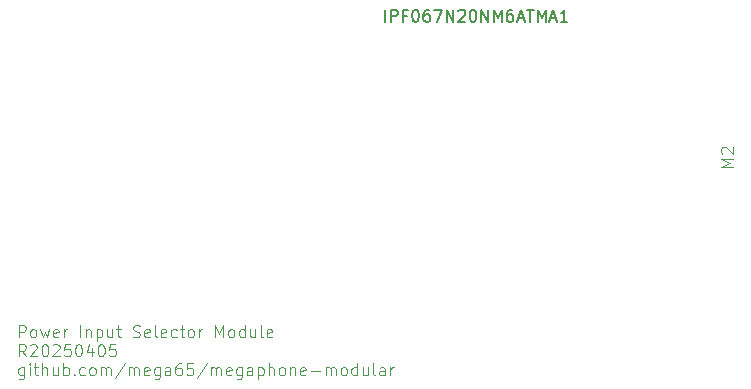
<source format=gto>
G04 #@! TF.GenerationSoftware,KiCad,Pcbnew,9.0.1+1*
G04 #@! TF.CreationDate,2025-11-11T08:29:31+00:00*
G04 #@! TF.ProjectId,input-power-selector,696e7075-742d-4706-9f77-65722d73656c,rev?*
G04 #@! TF.SameCoordinates,Original*
G04 #@! TF.FileFunction,Legend,Top*
G04 #@! TF.FilePolarity,Positive*
%FSLAX46Y46*%
G04 Gerber Fmt 4.6, Leading zero omitted, Abs format (unit mm)*
G04 Created by KiCad (PCBNEW 9.0.1+1) date 2025-11-11 08:29:31*
%MOMM*%
%LPD*%
G01*
G04 APERTURE LIST*
%ADD10C,0.100000*%
%ADD11C,0.150000*%
%ADD12R,2.000000X2.540000*%
G04 APERTURE END LIST*
D10*
X24707184Y-57371531D02*
X24707184Y-56371531D01*
X24707184Y-56371531D02*
X25088136Y-56371531D01*
X25088136Y-56371531D02*
X25183374Y-56419150D01*
X25183374Y-56419150D02*
X25230993Y-56466769D01*
X25230993Y-56466769D02*
X25278612Y-56562007D01*
X25278612Y-56562007D02*
X25278612Y-56704864D01*
X25278612Y-56704864D02*
X25230993Y-56800102D01*
X25230993Y-56800102D02*
X25183374Y-56847721D01*
X25183374Y-56847721D02*
X25088136Y-56895340D01*
X25088136Y-56895340D02*
X24707184Y-56895340D01*
X25850041Y-57371531D02*
X25754803Y-57323912D01*
X25754803Y-57323912D02*
X25707184Y-57276292D01*
X25707184Y-57276292D02*
X25659565Y-57181054D01*
X25659565Y-57181054D02*
X25659565Y-56895340D01*
X25659565Y-56895340D02*
X25707184Y-56800102D01*
X25707184Y-56800102D02*
X25754803Y-56752483D01*
X25754803Y-56752483D02*
X25850041Y-56704864D01*
X25850041Y-56704864D02*
X25992898Y-56704864D01*
X25992898Y-56704864D02*
X26088136Y-56752483D01*
X26088136Y-56752483D02*
X26135755Y-56800102D01*
X26135755Y-56800102D02*
X26183374Y-56895340D01*
X26183374Y-56895340D02*
X26183374Y-57181054D01*
X26183374Y-57181054D02*
X26135755Y-57276292D01*
X26135755Y-57276292D02*
X26088136Y-57323912D01*
X26088136Y-57323912D02*
X25992898Y-57371531D01*
X25992898Y-57371531D02*
X25850041Y-57371531D01*
X26516708Y-56704864D02*
X26707184Y-57371531D01*
X26707184Y-57371531D02*
X26897660Y-56895340D01*
X26897660Y-56895340D02*
X27088136Y-57371531D01*
X27088136Y-57371531D02*
X27278612Y-56704864D01*
X28040517Y-57323912D02*
X27945279Y-57371531D01*
X27945279Y-57371531D02*
X27754803Y-57371531D01*
X27754803Y-57371531D02*
X27659565Y-57323912D01*
X27659565Y-57323912D02*
X27611946Y-57228673D01*
X27611946Y-57228673D02*
X27611946Y-56847721D01*
X27611946Y-56847721D02*
X27659565Y-56752483D01*
X27659565Y-56752483D02*
X27754803Y-56704864D01*
X27754803Y-56704864D02*
X27945279Y-56704864D01*
X27945279Y-56704864D02*
X28040517Y-56752483D01*
X28040517Y-56752483D02*
X28088136Y-56847721D01*
X28088136Y-56847721D02*
X28088136Y-56942959D01*
X28088136Y-56942959D02*
X27611946Y-57038197D01*
X28516708Y-57371531D02*
X28516708Y-56704864D01*
X28516708Y-56895340D02*
X28564327Y-56800102D01*
X28564327Y-56800102D02*
X28611946Y-56752483D01*
X28611946Y-56752483D02*
X28707184Y-56704864D01*
X28707184Y-56704864D02*
X28802422Y-56704864D01*
X29897661Y-57371531D02*
X29897661Y-56371531D01*
X30373851Y-56704864D02*
X30373851Y-57371531D01*
X30373851Y-56800102D02*
X30421470Y-56752483D01*
X30421470Y-56752483D02*
X30516708Y-56704864D01*
X30516708Y-56704864D02*
X30659565Y-56704864D01*
X30659565Y-56704864D02*
X30754803Y-56752483D01*
X30754803Y-56752483D02*
X30802422Y-56847721D01*
X30802422Y-56847721D02*
X30802422Y-57371531D01*
X31278613Y-56704864D02*
X31278613Y-57704864D01*
X31278613Y-56752483D02*
X31373851Y-56704864D01*
X31373851Y-56704864D02*
X31564327Y-56704864D01*
X31564327Y-56704864D02*
X31659565Y-56752483D01*
X31659565Y-56752483D02*
X31707184Y-56800102D01*
X31707184Y-56800102D02*
X31754803Y-56895340D01*
X31754803Y-56895340D02*
X31754803Y-57181054D01*
X31754803Y-57181054D02*
X31707184Y-57276292D01*
X31707184Y-57276292D02*
X31659565Y-57323912D01*
X31659565Y-57323912D02*
X31564327Y-57371531D01*
X31564327Y-57371531D02*
X31373851Y-57371531D01*
X31373851Y-57371531D02*
X31278613Y-57323912D01*
X32611946Y-56704864D02*
X32611946Y-57371531D01*
X32183375Y-56704864D02*
X32183375Y-57228673D01*
X32183375Y-57228673D02*
X32230994Y-57323912D01*
X32230994Y-57323912D02*
X32326232Y-57371531D01*
X32326232Y-57371531D02*
X32469089Y-57371531D01*
X32469089Y-57371531D02*
X32564327Y-57323912D01*
X32564327Y-57323912D02*
X32611946Y-57276292D01*
X32945280Y-56704864D02*
X33326232Y-56704864D01*
X33088137Y-56371531D02*
X33088137Y-57228673D01*
X33088137Y-57228673D02*
X33135756Y-57323912D01*
X33135756Y-57323912D02*
X33230994Y-57371531D01*
X33230994Y-57371531D02*
X33326232Y-57371531D01*
X34373852Y-57323912D02*
X34516709Y-57371531D01*
X34516709Y-57371531D02*
X34754804Y-57371531D01*
X34754804Y-57371531D02*
X34850042Y-57323912D01*
X34850042Y-57323912D02*
X34897661Y-57276292D01*
X34897661Y-57276292D02*
X34945280Y-57181054D01*
X34945280Y-57181054D02*
X34945280Y-57085816D01*
X34945280Y-57085816D02*
X34897661Y-56990578D01*
X34897661Y-56990578D02*
X34850042Y-56942959D01*
X34850042Y-56942959D02*
X34754804Y-56895340D01*
X34754804Y-56895340D02*
X34564328Y-56847721D01*
X34564328Y-56847721D02*
X34469090Y-56800102D01*
X34469090Y-56800102D02*
X34421471Y-56752483D01*
X34421471Y-56752483D02*
X34373852Y-56657245D01*
X34373852Y-56657245D02*
X34373852Y-56562007D01*
X34373852Y-56562007D02*
X34421471Y-56466769D01*
X34421471Y-56466769D02*
X34469090Y-56419150D01*
X34469090Y-56419150D02*
X34564328Y-56371531D01*
X34564328Y-56371531D02*
X34802423Y-56371531D01*
X34802423Y-56371531D02*
X34945280Y-56419150D01*
X35754804Y-57323912D02*
X35659566Y-57371531D01*
X35659566Y-57371531D02*
X35469090Y-57371531D01*
X35469090Y-57371531D02*
X35373852Y-57323912D01*
X35373852Y-57323912D02*
X35326233Y-57228673D01*
X35326233Y-57228673D02*
X35326233Y-56847721D01*
X35326233Y-56847721D02*
X35373852Y-56752483D01*
X35373852Y-56752483D02*
X35469090Y-56704864D01*
X35469090Y-56704864D02*
X35659566Y-56704864D01*
X35659566Y-56704864D02*
X35754804Y-56752483D01*
X35754804Y-56752483D02*
X35802423Y-56847721D01*
X35802423Y-56847721D02*
X35802423Y-56942959D01*
X35802423Y-56942959D02*
X35326233Y-57038197D01*
X36373852Y-57371531D02*
X36278614Y-57323912D01*
X36278614Y-57323912D02*
X36230995Y-57228673D01*
X36230995Y-57228673D02*
X36230995Y-56371531D01*
X37135757Y-57323912D02*
X37040519Y-57371531D01*
X37040519Y-57371531D02*
X36850043Y-57371531D01*
X36850043Y-57371531D02*
X36754805Y-57323912D01*
X36754805Y-57323912D02*
X36707186Y-57228673D01*
X36707186Y-57228673D02*
X36707186Y-56847721D01*
X36707186Y-56847721D02*
X36754805Y-56752483D01*
X36754805Y-56752483D02*
X36850043Y-56704864D01*
X36850043Y-56704864D02*
X37040519Y-56704864D01*
X37040519Y-56704864D02*
X37135757Y-56752483D01*
X37135757Y-56752483D02*
X37183376Y-56847721D01*
X37183376Y-56847721D02*
X37183376Y-56942959D01*
X37183376Y-56942959D02*
X36707186Y-57038197D01*
X38040519Y-57323912D02*
X37945281Y-57371531D01*
X37945281Y-57371531D02*
X37754805Y-57371531D01*
X37754805Y-57371531D02*
X37659567Y-57323912D01*
X37659567Y-57323912D02*
X37611948Y-57276292D01*
X37611948Y-57276292D02*
X37564329Y-57181054D01*
X37564329Y-57181054D02*
X37564329Y-56895340D01*
X37564329Y-56895340D02*
X37611948Y-56800102D01*
X37611948Y-56800102D02*
X37659567Y-56752483D01*
X37659567Y-56752483D02*
X37754805Y-56704864D01*
X37754805Y-56704864D02*
X37945281Y-56704864D01*
X37945281Y-56704864D02*
X38040519Y-56752483D01*
X38326234Y-56704864D02*
X38707186Y-56704864D01*
X38469091Y-56371531D02*
X38469091Y-57228673D01*
X38469091Y-57228673D02*
X38516710Y-57323912D01*
X38516710Y-57323912D02*
X38611948Y-57371531D01*
X38611948Y-57371531D02*
X38707186Y-57371531D01*
X39183377Y-57371531D02*
X39088139Y-57323912D01*
X39088139Y-57323912D02*
X39040520Y-57276292D01*
X39040520Y-57276292D02*
X38992901Y-57181054D01*
X38992901Y-57181054D02*
X38992901Y-56895340D01*
X38992901Y-56895340D02*
X39040520Y-56800102D01*
X39040520Y-56800102D02*
X39088139Y-56752483D01*
X39088139Y-56752483D02*
X39183377Y-56704864D01*
X39183377Y-56704864D02*
X39326234Y-56704864D01*
X39326234Y-56704864D02*
X39421472Y-56752483D01*
X39421472Y-56752483D02*
X39469091Y-56800102D01*
X39469091Y-56800102D02*
X39516710Y-56895340D01*
X39516710Y-56895340D02*
X39516710Y-57181054D01*
X39516710Y-57181054D02*
X39469091Y-57276292D01*
X39469091Y-57276292D02*
X39421472Y-57323912D01*
X39421472Y-57323912D02*
X39326234Y-57371531D01*
X39326234Y-57371531D02*
X39183377Y-57371531D01*
X39945282Y-57371531D02*
X39945282Y-56704864D01*
X39945282Y-56895340D02*
X39992901Y-56800102D01*
X39992901Y-56800102D02*
X40040520Y-56752483D01*
X40040520Y-56752483D02*
X40135758Y-56704864D01*
X40135758Y-56704864D02*
X40230996Y-56704864D01*
X41326235Y-57371531D02*
X41326235Y-56371531D01*
X41326235Y-56371531D02*
X41659568Y-57085816D01*
X41659568Y-57085816D02*
X41992901Y-56371531D01*
X41992901Y-56371531D02*
X41992901Y-57371531D01*
X42611949Y-57371531D02*
X42516711Y-57323912D01*
X42516711Y-57323912D02*
X42469092Y-57276292D01*
X42469092Y-57276292D02*
X42421473Y-57181054D01*
X42421473Y-57181054D02*
X42421473Y-56895340D01*
X42421473Y-56895340D02*
X42469092Y-56800102D01*
X42469092Y-56800102D02*
X42516711Y-56752483D01*
X42516711Y-56752483D02*
X42611949Y-56704864D01*
X42611949Y-56704864D02*
X42754806Y-56704864D01*
X42754806Y-56704864D02*
X42850044Y-56752483D01*
X42850044Y-56752483D02*
X42897663Y-56800102D01*
X42897663Y-56800102D02*
X42945282Y-56895340D01*
X42945282Y-56895340D02*
X42945282Y-57181054D01*
X42945282Y-57181054D02*
X42897663Y-57276292D01*
X42897663Y-57276292D02*
X42850044Y-57323912D01*
X42850044Y-57323912D02*
X42754806Y-57371531D01*
X42754806Y-57371531D02*
X42611949Y-57371531D01*
X43802425Y-57371531D02*
X43802425Y-56371531D01*
X43802425Y-57323912D02*
X43707187Y-57371531D01*
X43707187Y-57371531D02*
X43516711Y-57371531D01*
X43516711Y-57371531D02*
X43421473Y-57323912D01*
X43421473Y-57323912D02*
X43373854Y-57276292D01*
X43373854Y-57276292D02*
X43326235Y-57181054D01*
X43326235Y-57181054D02*
X43326235Y-56895340D01*
X43326235Y-56895340D02*
X43373854Y-56800102D01*
X43373854Y-56800102D02*
X43421473Y-56752483D01*
X43421473Y-56752483D02*
X43516711Y-56704864D01*
X43516711Y-56704864D02*
X43707187Y-56704864D01*
X43707187Y-56704864D02*
X43802425Y-56752483D01*
X44707187Y-56704864D02*
X44707187Y-57371531D01*
X44278616Y-56704864D02*
X44278616Y-57228673D01*
X44278616Y-57228673D02*
X44326235Y-57323912D01*
X44326235Y-57323912D02*
X44421473Y-57371531D01*
X44421473Y-57371531D02*
X44564330Y-57371531D01*
X44564330Y-57371531D02*
X44659568Y-57323912D01*
X44659568Y-57323912D02*
X44707187Y-57276292D01*
X45326235Y-57371531D02*
X45230997Y-57323912D01*
X45230997Y-57323912D02*
X45183378Y-57228673D01*
X45183378Y-57228673D02*
X45183378Y-56371531D01*
X46088140Y-57323912D02*
X45992902Y-57371531D01*
X45992902Y-57371531D02*
X45802426Y-57371531D01*
X45802426Y-57371531D02*
X45707188Y-57323912D01*
X45707188Y-57323912D02*
X45659569Y-57228673D01*
X45659569Y-57228673D02*
X45659569Y-56847721D01*
X45659569Y-56847721D02*
X45707188Y-56752483D01*
X45707188Y-56752483D02*
X45802426Y-56704864D01*
X45802426Y-56704864D02*
X45992902Y-56704864D01*
X45992902Y-56704864D02*
X46088140Y-56752483D01*
X46088140Y-56752483D02*
X46135759Y-56847721D01*
X46135759Y-56847721D02*
X46135759Y-56942959D01*
X46135759Y-56942959D02*
X45659569Y-57038197D01*
X25278612Y-58981475D02*
X24945279Y-58505284D01*
X24707184Y-58981475D02*
X24707184Y-57981475D01*
X24707184Y-57981475D02*
X25088136Y-57981475D01*
X25088136Y-57981475D02*
X25183374Y-58029094D01*
X25183374Y-58029094D02*
X25230993Y-58076713D01*
X25230993Y-58076713D02*
X25278612Y-58171951D01*
X25278612Y-58171951D02*
X25278612Y-58314808D01*
X25278612Y-58314808D02*
X25230993Y-58410046D01*
X25230993Y-58410046D02*
X25183374Y-58457665D01*
X25183374Y-58457665D02*
X25088136Y-58505284D01*
X25088136Y-58505284D02*
X24707184Y-58505284D01*
X25659565Y-58076713D02*
X25707184Y-58029094D01*
X25707184Y-58029094D02*
X25802422Y-57981475D01*
X25802422Y-57981475D02*
X26040517Y-57981475D01*
X26040517Y-57981475D02*
X26135755Y-58029094D01*
X26135755Y-58029094D02*
X26183374Y-58076713D01*
X26183374Y-58076713D02*
X26230993Y-58171951D01*
X26230993Y-58171951D02*
X26230993Y-58267189D01*
X26230993Y-58267189D02*
X26183374Y-58410046D01*
X26183374Y-58410046D02*
X25611946Y-58981475D01*
X25611946Y-58981475D02*
X26230993Y-58981475D01*
X26850041Y-57981475D02*
X26945279Y-57981475D01*
X26945279Y-57981475D02*
X27040517Y-58029094D01*
X27040517Y-58029094D02*
X27088136Y-58076713D01*
X27088136Y-58076713D02*
X27135755Y-58171951D01*
X27135755Y-58171951D02*
X27183374Y-58362427D01*
X27183374Y-58362427D02*
X27183374Y-58600522D01*
X27183374Y-58600522D02*
X27135755Y-58790998D01*
X27135755Y-58790998D02*
X27088136Y-58886236D01*
X27088136Y-58886236D02*
X27040517Y-58933856D01*
X27040517Y-58933856D02*
X26945279Y-58981475D01*
X26945279Y-58981475D02*
X26850041Y-58981475D01*
X26850041Y-58981475D02*
X26754803Y-58933856D01*
X26754803Y-58933856D02*
X26707184Y-58886236D01*
X26707184Y-58886236D02*
X26659565Y-58790998D01*
X26659565Y-58790998D02*
X26611946Y-58600522D01*
X26611946Y-58600522D02*
X26611946Y-58362427D01*
X26611946Y-58362427D02*
X26659565Y-58171951D01*
X26659565Y-58171951D02*
X26707184Y-58076713D01*
X26707184Y-58076713D02*
X26754803Y-58029094D01*
X26754803Y-58029094D02*
X26850041Y-57981475D01*
X27564327Y-58076713D02*
X27611946Y-58029094D01*
X27611946Y-58029094D02*
X27707184Y-57981475D01*
X27707184Y-57981475D02*
X27945279Y-57981475D01*
X27945279Y-57981475D02*
X28040517Y-58029094D01*
X28040517Y-58029094D02*
X28088136Y-58076713D01*
X28088136Y-58076713D02*
X28135755Y-58171951D01*
X28135755Y-58171951D02*
X28135755Y-58267189D01*
X28135755Y-58267189D02*
X28088136Y-58410046D01*
X28088136Y-58410046D02*
X27516708Y-58981475D01*
X27516708Y-58981475D02*
X28135755Y-58981475D01*
X29040517Y-57981475D02*
X28564327Y-57981475D01*
X28564327Y-57981475D02*
X28516708Y-58457665D01*
X28516708Y-58457665D02*
X28564327Y-58410046D01*
X28564327Y-58410046D02*
X28659565Y-58362427D01*
X28659565Y-58362427D02*
X28897660Y-58362427D01*
X28897660Y-58362427D02*
X28992898Y-58410046D01*
X28992898Y-58410046D02*
X29040517Y-58457665D01*
X29040517Y-58457665D02*
X29088136Y-58552903D01*
X29088136Y-58552903D02*
X29088136Y-58790998D01*
X29088136Y-58790998D02*
X29040517Y-58886236D01*
X29040517Y-58886236D02*
X28992898Y-58933856D01*
X28992898Y-58933856D02*
X28897660Y-58981475D01*
X28897660Y-58981475D02*
X28659565Y-58981475D01*
X28659565Y-58981475D02*
X28564327Y-58933856D01*
X28564327Y-58933856D02*
X28516708Y-58886236D01*
X29707184Y-57981475D02*
X29802422Y-57981475D01*
X29802422Y-57981475D02*
X29897660Y-58029094D01*
X29897660Y-58029094D02*
X29945279Y-58076713D01*
X29945279Y-58076713D02*
X29992898Y-58171951D01*
X29992898Y-58171951D02*
X30040517Y-58362427D01*
X30040517Y-58362427D02*
X30040517Y-58600522D01*
X30040517Y-58600522D02*
X29992898Y-58790998D01*
X29992898Y-58790998D02*
X29945279Y-58886236D01*
X29945279Y-58886236D02*
X29897660Y-58933856D01*
X29897660Y-58933856D02*
X29802422Y-58981475D01*
X29802422Y-58981475D02*
X29707184Y-58981475D01*
X29707184Y-58981475D02*
X29611946Y-58933856D01*
X29611946Y-58933856D02*
X29564327Y-58886236D01*
X29564327Y-58886236D02*
X29516708Y-58790998D01*
X29516708Y-58790998D02*
X29469089Y-58600522D01*
X29469089Y-58600522D02*
X29469089Y-58362427D01*
X29469089Y-58362427D02*
X29516708Y-58171951D01*
X29516708Y-58171951D02*
X29564327Y-58076713D01*
X29564327Y-58076713D02*
X29611946Y-58029094D01*
X29611946Y-58029094D02*
X29707184Y-57981475D01*
X30897660Y-58314808D02*
X30897660Y-58981475D01*
X30659565Y-57933856D02*
X30421470Y-58648141D01*
X30421470Y-58648141D02*
X31040517Y-58648141D01*
X31611946Y-57981475D02*
X31707184Y-57981475D01*
X31707184Y-57981475D02*
X31802422Y-58029094D01*
X31802422Y-58029094D02*
X31850041Y-58076713D01*
X31850041Y-58076713D02*
X31897660Y-58171951D01*
X31897660Y-58171951D02*
X31945279Y-58362427D01*
X31945279Y-58362427D02*
X31945279Y-58600522D01*
X31945279Y-58600522D02*
X31897660Y-58790998D01*
X31897660Y-58790998D02*
X31850041Y-58886236D01*
X31850041Y-58886236D02*
X31802422Y-58933856D01*
X31802422Y-58933856D02*
X31707184Y-58981475D01*
X31707184Y-58981475D02*
X31611946Y-58981475D01*
X31611946Y-58981475D02*
X31516708Y-58933856D01*
X31516708Y-58933856D02*
X31469089Y-58886236D01*
X31469089Y-58886236D02*
X31421470Y-58790998D01*
X31421470Y-58790998D02*
X31373851Y-58600522D01*
X31373851Y-58600522D02*
X31373851Y-58362427D01*
X31373851Y-58362427D02*
X31421470Y-58171951D01*
X31421470Y-58171951D02*
X31469089Y-58076713D01*
X31469089Y-58076713D02*
X31516708Y-58029094D01*
X31516708Y-58029094D02*
X31611946Y-57981475D01*
X32850041Y-57981475D02*
X32373851Y-57981475D01*
X32373851Y-57981475D02*
X32326232Y-58457665D01*
X32326232Y-58457665D02*
X32373851Y-58410046D01*
X32373851Y-58410046D02*
X32469089Y-58362427D01*
X32469089Y-58362427D02*
X32707184Y-58362427D01*
X32707184Y-58362427D02*
X32802422Y-58410046D01*
X32802422Y-58410046D02*
X32850041Y-58457665D01*
X32850041Y-58457665D02*
X32897660Y-58552903D01*
X32897660Y-58552903D02*
X32897660Y-58790998D01*
X32897660Y-58790998D02*
X32850041Y-58886236D01*
X32850041Y-58886236D02*
X32802422Y-58933856D01*
X32802422Y-58933856D02*
X32707184Y-58981475D01*
X32707184Y-58981475D02*
X32469089Y-58981475D01*
X32469089Y-58981475D02*
X32373851Y-58933856D01*
X32373851Y-58933856D02*
X32326232Y-58886236D01*
X25135755Y-59924752D02*
X25135755Y-60734276D01*
X25135755Y-60734276D02*
X25088136Y-60829514D01*
X25088136Y-60829514D02*
X25040517Y-60877133D01*
X25040517Y-60877133D02*
X24945279Y-60924752D01*
X24945279Y-60924752D02*
X24802422Y-60924752D01*
X24802422Y-60924752D02*
X24707184Y-60877133D01*
X25135755Y-60543800D02*
X25040517Y-60591419D01*
X25040517Y-60591419D02*
X24850041Y-60591419D01*
X24850041Y-60591419D02*
X24754803Y-60543800D01*
X24754803Y-60543800D02*
X24707184Y-60496180D01*
X24707184Y-60496180D02*
X24659565Y-60400942D01*
X24659565Y-60400942D02*
X24659565Y-60115228D01*
X24659565Y-60115228D02*
X24707184Y-60019990D01*
X24707184Y-60019990D02*
X24754803Y-59972371D01*
X24754803Y-59972371D02*
X24850041Y-59924752D01*
X24850041Y-59924752D02*
X25040517Y-59924752D01*
X25040517Y-59924752D02*
X25135755Y-59972371D01*
X25611946Y-60591419D02*
X25611946Y-59924752D01*
X25611946Y-59591419D02*
X25564327Y-59639038D01*
X25564327Y-59639038D02*
X25611946Y-59686657D01*
X25611946Y-59686657D02*
X25659565Y-59639038D01*
X25659565Y-59639038D02*
X25611946Y-59591419D01*
X25611946Y-59591419D02*
X25611946Y-59686657D01*
X25945279Y-59924752D02*
X26326231Y-59924752D01*
X26088136Y-59591419D02*
X26088136Y-60448561D01*
X26088136Y-60448561D02*
X26135755Y-60543800D01*
X26135755Y-60543800D02*
X26230993Y-60591419D01*
X26230993Y-60591419D02*
X26326231Y-60591419D01*
X26659565Y-60591419D02*
X26659565Y-59591419D01*
X27088136Y-60591419D02*
X27088136Y-60067609D01*
X27088136Y-60067609D02*
X27040517Y-59972371D01*
X27040517Y-59972371D02*
X26945279Y-59924752D01*
X26945279Y-59924752D02*
X26802422Y-59924752D01*
X26802422Y-59924752D02*
X26707184Y-59972371D01*
X26707184Y-59972371D02*
X26659565Y-60019990D01*
X27992898Y-59924752D02*
X27992898Y-60591419D01*
X27564327Y-59924752D02*
X27564327Y-60448561D01*
X27564327Y-60448561D02*
X27611946Y-60543800D01*
X27611946Y-60543800D02*
X27707184Y-60591419D01*
X27707184Y-60591419D02*
X27850041Y-60591419D01*
X27850041Y-60591419D02*
X27945279Y-60543800D01*
X27945279Y-60543800D02*
X27992898Y-60496180D01*
X28469089Y-60591419D02*
X28469089Y-59591419D01*
X28469089Y-59972371D02*
X28564327Y-59924752D01*
X28564327Y-59924752D02*
X28754803Y-59924752D01*
X28754803Y-59924752D02*
X28850041Y-59972371D01*
X28850041Y-59972371D02*
X28897660Y-60019990D01*
X28897660Y-60019990D02*
X28945279Y-60115228D01*
X28945279Y-60115228D02*
X28945279Y-60400942D01*
X28945279Y-60400942D02*
X28897660Y-60496180D01*
X28897660Y-60496180D02*
X28850041Y-60543800D01*
X28850041Y-60543800D02*
X28754803Y-60591419D01*
X28754803Y-60591419D02*
X28564327Y-60591419D01*
X28564327Y-60591419D02*
X28469089Y-60543800D01*
X29373851Y-60496180D02*
X29421470Y-60543800D01*
X29421470Y-60543800D02*
X29373851Y-60591419D01*
X29373851Y-60591419D02*
X29326232Y-60543800D01*
X29326232Y-60543800D02*
X29373851Y-60496180D01*
X29373851Y-60496180D02*
X29373851Y-60591419D01*
X30278612Y-60543800D02*
X30183374Y-60591419D01*
X30183374Y-60591419D02*
X29992898Y-60591419D01*
X29992898Y-60591419D02*
X29897660Y-60543800D01*
X29897660Y-60543800D02*
X29850041Y-60496180D01*
X29850041Y-60496180D02*
X29802422Y-60400942D01*
X29802422Y-60400942D02*
X29802422Y-60115228D01*
X29802422Y-60115228D02*
X29850041Y-60019990D01*
X29850041Y-60019990D02*
X29897660Y-59972371D01*
X29897660Y-59972371D02*
X29992898Y-59924752D01*
X29992898Y-59924752D02*
X30183374Y-59924752D01*
X30183374Y-59924752D02*
X30278612Y-59972371D01*
X30850041Y-60591419D02*
X30754803Y-60543800D01*
X30754803Y-60543800D02*
X30707184Y-60496180D01*
X30707184Y-60496180D02*
X30659565Y-60400942D01*
X30659565Y-60400942D02*
X30659565Y-60115228D01*
X30659565Y-60115228D02*
X30707184Y-60019990D01*
X30707184Y-60019990D02*
X30754803Y-59972371D01*
X30754803Y-59972371D02*
X30850041Y-59924752D01*
X30850041Y-59924752D02*
X30992898Y-59924752D01*
X30992898Y-59924752D02*
X31088136Y-59972371D01*
X31088136Y-59972371D02*
X31135755Y-60019990D01*
X31135755Y-60019990D02*
X31183374Y-60115228D01*
X31183374Y-60115228D02*
X31183374Y-60400942D01*
X31183374Y-60400942D02*
X31135755Y-60496180D01*
X31135755Y-60496180D02*
X31088136Y-60543800D01*
X31088136Y-60543800D02*
X30992898Y-60591419D01*
X30992898Y-60591419D02*
X30850041Y-60591419D01*
X31611946Y-60591419D02*
X31611946Y-59924752D01*
X31611946Y-60019990D02*
X31659565Y-59972371D01*
X31659565Y-59972371D02*
X31754803Y-59924752D01*
X31754803Y-59924752D02*
X31897660Y-59924752D01*
X31897660Y-59924752D02*
X31992898Y-59972371D01*
X31992898Y-59972371D02*
X32040517Y-60067609D01*
X32040517Y-60067609D02*
X32040517Y-60591419D01*
X32040517Y-60067609D02*
X32088136Y-59972371D01*
X32088136Y-59972371D02*
X32183374Y-59924752D01*
X32183374Y-59924752D02*
X32326231Y-59924752D01*
X32326231Y-59924752D02*
X32421470Y-59972371D01*
X32421470Y-59972371D02*
X32469089Y-60067609D01*
X32469089Y-60067609D02*
X32469089Y-60591419D01*
X33659564Y-59543800D02*
X32802422Y-60829514D01*
X33992898Y-60591419D02*
X33992898Y-59924752D01*
X33992898Y-60019990D02*
X34040517Y-59972371D01*
X34040517Y-59972371D02*
X34135755Y-59924752D01*
X34135755Y-59924752D02*
X34278612Y-59924752D01*
X34278612Y-59924752D02*
X34373850Y-59972371D01*
X34373850Y-59972371D02*
X34421469Y-60067609D01*
X34421469Y-60067609D02*
X34421469Y-60591419D01*
X34421469Y-60067609D02*
X34469088Y-59972371D01*
X34469088Y-59972371D02*
X34564326Y-59924752D01*
X34564326Y-59924752D02*
X34707183Y-59924752D01*
X34707183Y-59924752D02*
X34802422Y-59972371D01*
X34802422Y-59972371D02*
X34850041Y-60067609D01*
X34850041Y-60067609D02*
X34850041Y-60591419D01*
X35707183Y-60543800D02*
X35611945Y-60591419D01*
X35611945Y-60591419D02*
X35421469Y-60591419D01*
X35421469Y-60591419D02*
X35326231Y-60543800D01*
X35326231Y-60543800D02*
X35278612Y-60448561D01*
X35278612Y-60448561D02*
X35278612Y-60067609D01*
X35278612Y-60067609D02*
X35326231Y-59972371D01*
X35326231Y-59972371D02*
X35421469Y-59924752D01*
X35421469Y-59924752D02*
X35611945Y-59924752D01*
X35611945Y-59924752D02*
X35707183Y-59972371D01*
X35707183Y-59972371D02*
X35754802Y-60067609D01*
X35754802Y-60067609D02*
X35754802Y-60162847D01*
X35754802Y-60162847D02*
X35278612Y-60258085D01*
X36611945Y-59924752D02*
X36611945Y-60734276D01*
X36611945Y-60734276D02*
X36564326Y-60829514D01*
X36564326Y-60829514D02*
X36516707Y-60877133D01*
X36516707Y-60877133D02*
X36421469Y-60924752D01*
X36421469Y-60924752D02*
X36278612Y-60924752D01*
X36278612Y-60924752D02*
X36183374Y-60877133D01*
X36611945Y-60543800D02*
X36516707Y-60591419D01*
X36516707Y-60591419D02*
X36326231Y-60591419D01*
X36326231Y-60591419D02*
X36230993Y-60543800D01*
X36230993Y-60543800D02*
X36183374Y-60496180D01*
X36183374Y-60496180D02*
X36135755Y-60400942D01*
X36135755Y-60400942D02*
X36135755Y-60115228D01*
X36135755Y-60115228D02*
X36183374Y-60019990D01*
X36183374Y-60019990D02*
X36230993Y-59972371D01*
X36230993Y-59972371D02*
X36326231Y-59924752D01*
X36326231Y-59924752D02*
X36516707Y-59924752D01*
X36516707Y-59924752D02*
X36611945Y-59972371D01*
X37516707Y-60591419D02*
X37516707Y-60067609D01*
X37516707Y-60067609D02*
X37469088Y-59972371D01*
X37469088Y-59972371D02*
X37373850Y-59924752D01*
X37373850Y-59924752D02*
X37183374Y-59924752D01*
X37183374Y-59924752D02*
X37088136Y-59972371D01*
X37516707Y-60543800D02*
X37421469Y-60591419D01*
X37421469Y-60591419D02*
X37183374Y-60591419D01*
X37183374Y-60591419D02*
X37088136Y-60543800D01*
X37088136Y-60543800D02*
X37040517Y-60448561D01*
X37040517Y-60448561D02*
X37040517Y-60353323D01*
X37040517Y-60353323D02*
X37088136Y-60258085D01*
X37088136Y-60258085D02*
X37183374Y-60210466D01*
X37183374Y-60210466D02*
X37421469Y-60210466D01*
X37421469Y-60210466D02*
X37516707Y-60162847D01*
X38421469Y-59591419D02*
X38230993Y-59591419D01*
X38230993Y-59591419D02*
X38135755Y-59639038D01*
X38135755Y-59639038D02*
X38088136Y-59686657D01*
X38088136Y-59686657D02*
X37992898Y-59829514D01*
X37992898Y-59829514D02*
X37945279Y-60019990D01*
X37945279Y-60019990D02*
X37945279Y-60400942D01*
X37945279Y-60400942D02*
X37992898Y-60496180D01*
X37992898Y-60496180D02*
X38040517Y-60543800D01*
X38040517Y-60543800D02*
X38135755Y-60591419D01*
X38135755Y-60591419D02*
X38326231Y-60591419D01*
X38326231Y-60591419D02*
X38421469Y-60543800D01*
X38421469Y-60543800D02*
X38469088Y-60496180D01*
X38469088Y-60496180D02*
X38516707Y-60400942D01*
X38516707Y-60400942D02*
X38516707Y-60162847D01*
X38516707Y-60162847D02*
X38469088Y-60067609D01*
X38469088Y-60067609D02*
X38421469Y-60019990D01*
X38421469Y-60019990D02*
X38326231Y-59972371D01*
X38326231Y-59972371D02*
X38135755Y-59972371D01*
X38135755Y-59972371D02*
X38040517Y-60019990D01*
X38040517Y-60019990D02*
X37992898Y-60067609D01*
X37992898Y-60067609D02*
X37945279Y-60162847D01*
X39421469Y-59591419D02*
X38945279Y-59591419D01*
X38945279Y-59591419D02*
X38897660Y-60067609D01*
X38897660Y-60067609D02*
X38945279Y-60019990D01*
X38945279Y-60019990D02*
X39040517Y-59972371D01*
X39040517Y-59972371D02*
X39278612Y-59972371D01*
X39278612Y-59972371D02*
X39373850Y-60019990D01*
X39373850Y-60019990D02*
X39421469Y-60067609D01*
X39421469Y-60067609D02*
X39469088Y-60162847D01*
X39469088Y-60162847D02*
X39469088Y-60400942D01*
X39469088Y-60400942D02*
X39421469Y-60496180D01*
X39421469Y-60496180D02*
X39373850Y-60543800D01*
X39373850Y-60543800D02*
X39278612Y-60591419D01*
X39278612Y-60591419D02*
X39040517Y-60591419D01*
X39040517Y-60591419D02*
X38945279Y-60543800D01*
X38945279Y-60543800D02*
X38897660Y-60496180D01*
X40611945Y-59543800D02*
X39754803Y-60829514D01*
X40945279Y-60591419D02*
X40945279Y-59924752D01*
X40945279Y-60019990D02*
X40992898Y-59972371D01*
X40992898Y-59972371D02*
X41088136Y-59924752D01*
X41088136Y-59924752D02*
X41230993Y-59924752D01*
X41230993Y-59924752D02*
X41326231Y-59972371D01*
X41326231Y-59972371D02*
X41373850Y-60067609D01*
X41373850Y-60067609D02*
X41373850Y-60591419D01*
X41373850Y-60067609D02*
X41421469Y-59972371D01*
X41421469Y-59972371D02*
X41516707Y-59924752D01*
X41516707Y-59924752D02*
X41659564Y-59924752D01*
X41659564Y-59924752D02*
X41754803Y-59972371D01*
X41754803Y-59972371D02*
X41802422Y-60067609D01*
X41802422Y-60067609D02*
X41802422Y-60591419D01*
X42659564Y-60543800D02*
X42564326Y-60591419D01*
X42564326Y-60591419D02*
X42373850Y-60591419D01*
X42373850Y-60591419D02*
X42278612Y-60543800D01*
X42278612Y-60543800D02*
X42230993Y-60448561D01*
X42230993Y-60448561D02*
X42230993Y-60067609D01*
X42230993Y-60067609D02*
X42278612Y-59972371D01*
X42278612Y-59972371D02*
X42373850Y-59924752D01*
X42373850Y-59924752D02*
X42564326Y-59924752D01*
X42564326Y-59924752D02*
X42659564Y-59972371D01*
X42659564Y-59972371D02*
X42707183Y-60067609D01*
X42707183Y-60067609D02*
X42707183Y-60162847D01*
X42707183Y-60162847D02*
X42230993Y-60258085D01*
X43564326Y-59924752D02*
X43564326Y-60734276D01*
X43564326Y-60734276D02*
X43516707Y-60829514D01*
X43516707Y-60829514D02*
X43469088Y-60877133D01*
X43469088Y-60877133D02*
X43373850Y-60924752D01*
X43373850Y-60924752D02*
X43230993Y-60924752D01*
X43230993Y-60924752D02*
X43135755Y-60877133D01*
X43564326Y-60543800D02*
X43469088Y-60591419D01*
X43469088Y-60591419D02*
X43278612Y-60591419D01*
X43278612Y-60591419D02*
X43183374Y-60543800D01*
X43183374Y-60543800D02*
X43135755Y-60496180D01*
X43135755Y-60496180D02*
X43088136Y-60400942D01*
X43088136Y-60400942D02*
X43088136Y-60115228D01*
X43088136Y-60115228D02*
X43135755Y-60019990D01*
X43135755Y-60019990D02*
X43183374Y-59972371D01*
X43183374Y-59972371D02*
X43278612Y-59924752D01*
X43278612Y-59924752D02*
X43469088Y-59924752D01*
X43469088Y-59924752D02*
X43564326Y-59972371D01*
X44469088Y-60591419D02*
X44469088Y-60067609D01*
X44469088Y-60067609D02*
X44421469Y-59972371D01*
X44421469Y-59972371D02*
X44326231Y-59924752D01*
X44326231Y-59924752D02*
X44135755Y-59924752D01*
X44135755Y-59924752D02*
X44040517Y-59972371D01*
X44469088Y-60543800D02*
X44373850Y-60591419D01*
X44373850Y-60591419D02*
X44135755Y-60591419D01*
X44135755Y-60591419D02*
X44040517Y-60543800D01*
X44040517Y-60543800D02*
X43992898Y-60448561D01*
X43992898Y-60448561D02*
X43992898Y-60353323D01*
X43992898Y-60353323D02*
X44040517Y-60258085D01*
X44040517Y-60258085D02*
X44135755Y-60210466D01*
X44135755Y-60210466D02*
X44373850Y-60210466D01*
X44373850Y-60210466D02*
X44469088Y-60162847D01*
X44945279Y-59924752D02*
X44945279Y-60924752D01*
X44945279Y-59972371D02*
X45040517Y-59924752D01*
X45040517Y-59924752D02*
X45230993Y-59924752D01*
X45230993Y-59924752D02*
X45326231Y-59972371D01*
X45326231Y-59972371D02*
X45373850Y-60019990D01*
X45373850Y-60019990D02*
X45421469Y-60115228D01*
X45421469Y-60115228D02*
X45421469Y-60400942D01*
X45421469Y-60400942D02*
X45373850Y-60496180D01*
X45373850Y-60496180D02*
X45326231Y-60543800D01*
X45326231Y-60543800D02*
X45230993Y-60591419D01*
X45230993Y-60591419D02*
X45040517Y-60591419D01*
X45040517Y-60591419D02*
X44945279Y-60543800D01*
X45850041Y-60591419D02*
X45850041Y-59591419D01*
X46278612Y-60591419D02*
X46278612Y-60067609D01*
X46278612Y-60067609D02*
X46230993Y-59972371D01*
X46230993Y-59972371D02*
X46135755Y-59924752D01*
X46135755Y-59924752D02*
X45992898Y-59924752D01*
X45992898Y-59924752D02*
X45897660Y-59972371D01*
X45897660Y-59972371D02*
X45850041Y-60019990D01*
X46897660Y-60591419D02*
X46802422Y-60543800D01*
X46802422Y-60543800D02*
X46754803Y-60496180D01*
X46754803Y-60496180D02*
X46707184Y-60400942D01*
X46707184Y-60400942D02*
X46707184Y-60115228D01*
X46707184Y-60115228D02*
X46754803Y-60019990D01*
X46754803Y-60019990D02*
X46802422Y-59972371D01*
X46802422Y-59972371D02*
X46897660Y-59924752D01*
X46897660Y-59924752D02*
X47040517Y-59924752D01*
X47040517Y-59924752D02*
X47135755Y-59972371D01*
X47135755Y-59972371D02*
X47183374Y-60019990D01*
X47183374Y-60019990D02*
X47230993Y-60115228D01*
X47230993Y-60115228D02*
X47230993Y-60400942D01*
X47230993Y-60400942D02*
X47183374Y-60496180D01*
X47183374Y-60496180D02*
X47135755Y-60543800D01*
X47135755Y-60543800D02*
X47040517Y-60591419D01*
X47040517Y-60591419D02*
X46897660Y-60591419D01*
X47659565Y-59924752D02*
X47659565Y-60591419D01*
X47659565Y-60019990D02*
X47707184Y-59972371D01*
X47707184Y-59972371D02*
X47802422Y-59924752D01*
X47802422Y-59924752D02*
X47945279Y-59924752D01*
X47945279Y-59924752D02*
X48040517Y-59972371D01*
X48040517Y-59972371D02*
X48088136Y-60067609D01*
X48088136Y-60067609D02*
X48088136Y-60591419D01*
X48945279Y-60543800D02*
X48850041Y-60591419D01*
X48850041Y-60591419D02*
X48659565Y-60591419D01*
X48659565Y-60591419D02*
X48564327Y-60543800D01*
X48564327Y-60543800D02*
X48516708Y-60448561D01*
X48516708Y-60448561D02*
X48516708Y-60067609D01*
X48516708Y-60067609D02*
X48564327Y-59972371D01*
X48564327Y-59972371D02*
X48659565Y-59924752D01*
X48659565Y-59924752D02*
X48850041Y-59924752D01*
X48850041Y-59924752D02*
X48945279Y-59972371D01*
X48945279Y-59972371D02*
X48992898Y-60067609D01*
X48992898Y-60067609D02*
X48992898Y-60162847D01*
X48992898Y-60162847D02*
X48516708Y-60258085D01*
X49421470Y-60210466D02*
X50183375Y-60210466D01*
X50659565Y-60591419D02*
X50659565Y-59924752D01*
X50659565Y-60019990D02*
X50707184Y-59972371D01*
X50707184Y-59972371D02*
X50802422Y-59924752D01*
X50802422Y-59924752D02*
X50945279Y-59924752D01*
X50945279Y-59924752D02*
X51040517Y-59972371D01*
X51040517Y-59972371D02*
X51088136Y-60067609D01*
X51088136Y-60067609D02*
X51088136Y-60591419D01*
X51088136Y-60067609D02*
X51135755Y-59972371D01*
X51135755Y-59972371D02*
X51230993Y-59924752D01*
X51230993Y-59924752D02*
X51373850Y-59924752D01*
X51373850Y-59924752D02*
X51469089Y-59972371D01*
X51469089Y-59972371D02*
X51516708Y-60067609D01*
X51516708Y-60067609D02*
X51516708Y-60591419D01*
X52135755Y-60591419D02*
X52040517Y-60543800D01*
X52040517Y-60543800D02*
X51992898Y-60496180D01*
X51992898Y-60496180D02*
X51945279Y-60400942D01*
X51945279Y-60400942D02*
X51945279Y-60115228D01*
X51945279Y-60115228D02*
X51992898Y-60019990D01*
X51992898Y-60019990D02*
X52040517Y-59972371D01*
X52040517Y-59972371D02*
X52135755Y-59924752D01*
X52135755Y-59924752D02*
X52278612Y-59924752D01*
X52278612Y-59924752D02*
X52373850Y-59972371D01*
X52373850Y-59972371D02*
X52421469Y-60019990D01*
X52421469Y-60019990D02*
X52469088Y-60115228D01*
X52469088Y-60115228D02*
X52469088Y-60400942D01*
X52469088Y-60400942D02*
X52421469Y-60496180D01*
X52421469Y-60496180D02*
X52373850Y-60543800D01*
X52373850Y-60543800D02*
X52278612Y-60591419D01*
X52278612Y-60591419D02*
X52135755Y-60591419D01*
X53326231Y-60591419D02*
X53326231Y-59591419D01*
X53326231Y-60543800D02*
X53230993Y-60591419D01*
X53230993Y-60591419D02*
X53040517Y-60591419D01*
X53040517Y-60591419D02*
X52945279Y-60543800D01*
X52945279Y-60543800D02*
X52897660Y-60496180D01*
X52897660Y-60496180D02*
X52850041Y-60400942D01*
X52850041Y-60400942D02*
X52850041Y-60115228D01*
X52850041Y-60115228D02*
X52897660Y-60019990D01*
X52897660Y-60019990D02*
X52945279Y-59972371D01*
X52945279Y-59972371D02*
X53040517Y-59924752D01*
X53040517Y-59924752D02*
X53230993Y-59924752D01*
X53230993Y-59924752D02*
X53326231Y-59972371D01*
X54230993Y-59924752D02*
X54230993Y-60591419D01*
X53802422Y-59924752D02*
X53802422Y-60448561D01*
X53802422Y-60448561D02*
X53850041Y-60543800D01*
X53850041Y-60543800D02*
X53945279Y-60591419D01*
X53945279Y-60591419D02*
X54088136Y-60591419D01*
X54088136Y-60591419D02*
X54183374Y-60543800D01*
X54183374Y-60543800D02*
X54230993Y-60496180D01*
X54850041Y-60591419D02*
X54754803Y-60543800D01*
X54754803Y-60543800D02*
X54707184Y-60448561D01*
X54707184Y-60448561D02*
X54707184Y-59591419D01*
X55659565Y-60591419D02*
X55659565Y-60067609D01*
X55659565Y-60067609D02*
X55611946Y-59972371D01*
X55611946Y-59972371D02*
X55516708Y-59924752D01*
X55516708Y-59924752D02*
X55326232Y-59924752D01*
X55326232Y-59924752D02*
X55230994Y-59972371D01*
X55659565Y-60543800D02*
X55564327Y-60591419D01*
X55564327Y-60591419D02*
X55326232Y-60591419D01*
X55326232Y-60591419D02*
X55230994Y-60543800D01*
X55230994Y-60543800D02*
X55183375Y-60448561D01*
X55183375Y-60448561D02*
X55183375Y-60353323D01*
X55183375Y-60353323D02*
X55230994Y-60258085D01*
X55230994Y-60258085D02*
X55326232Y-60210466D01*
X55326232Y-60210466D02*
X55564327Y-60210466D01*
X55564327Y-60210466D02*
X55659565Y-60162847D01*
X56135756Y-60591419D02*
X56135756Y-59924752D01*
X56135756Y-60115228D02*
X56183375Y-60019990D01*
X56183375Y-60019990D02*
X56230994Y-59972371D01*
X56230994Y-59972371D02*
X56326232Y-59924752D01*
X56326232Y-59924752D02*
X56421470Y-59924752D01*
D11*
X55711079Y-30665819D02*
X55711079Y-29665819D01*
X56187269Y-30665819D02*
X56187269Y-29665819D01*
X56187269Y-29665819D02*
X56568221Y-29665819D01*
X56568221Y-29665819D02*
X56663459Y-29713438D01*
X56663459Y-29713438D02*
X56711078Y-29761057D01*
X56711078Y-29761057D02*
X56758697Y-29856295D01*
X56758697Y-29856295D02*
X56758697Y-29999152D01*
X56758697Y-29999152D02*
X56711078Y-30094390D01*
X56711078Y-30094390D02*
X56663459Y-30142009D01*
X56663459Y-30142009D02*
X56568221Y-30189628D01*
X56568221Y-30189628D02*
X56187269Y-30189628D01*
X57520602Y-30142009D02*
X57187269Y-30142009D01*
X57187269Y-30665819D02*
X57187269Y-29665819D01*
X57187269Y-29665819D02*
X57663459Y-29665819D01*
X58234888Y-29665819D02*
X58330126Y-29665819D01*
X58330126Y-29665819D02*
X58425364Y-29713438D01*
X58425364Y-29713438D02*
X58472983Y-29761057D01*
X58472983Y-29761057D02*
X58520602Y-29856295D01*
X58520602Y-29856295D02*
X58568221Y-30046771D01*
X58568221Y-30046771D02*
X58568221Y-30284866D01*
X58568221Y-30284866D02*
X58520602Y-30475342D01*
X58520602Y-30475342D02*
X58472983Y-30570580D01*
X58472983Y-30570580D02*
X58425364Y-30618200D01*
X58425364Y-30618200D02*
X58330126Y-30665819D01*
X58330126Y-30665819D02*
X58234888Y-30665819D01*
X58234888Y-30665819D02*
X58139650Y-30618200D01*
X58139650Y-30618200D02*
X58092031Y-30570580D01*
X58092031Y-30570580D02*
X58044412Y-30475342D01*
X58044412Y-30475342D02*
X57996793Y-30284866D01*
X57996793Y-30284866D02*
X57996793Y-30046771D01*
X57996793Y-30046771D02*
X58044412Y-29856295D01*
X58044412Y-29856295D02*
X58092031Y-29761057D01*
X58092031Y-29761057D02*
X58139650Y-29713438D01*
X58139650Y-29713438D02*
X58234888Y-29665819D01*
X59425364Y-29665819D02*
X59234888Y-29665819D01*
X59234888Y-29665819D02*
X59139650Y-29713438D01*
X59139650Y-29713438D02*
X59092031Y-29761057D01*
X59092031Y-29761057D02*
X58996793Y-29903914D01*
X58996793Y-29903914D02*
X58949174Y-30094390D01*
X58949174Y-30094390D02*
X58949174Y-30475342D01*
X58949174Y-30475342D02*
X58996793Y-30570580D01*
X58996793Y-30570580D02*
X59044412Y-30618200D01*
X59044412Y-30618200D02*
X59139650Y-30665819D01*
X59139650Y-30665819D02*
X59330126Y-30665819D01*
X59330126Y-30665819D02*
X59425364Y-30618200D01*
X59425364Y-30618200D02*
X59472983Y-30570580D01*
X59472983Y-30570580D02*
X59520602Y-30475342D01*
X59520602Y-30475342D02*
X59520602Y-30237247D01*
X59520602Y-30237247D02*
X59472983Y-30142009D01*
X59472983Y-30142009D02*
X59425364Y-30094390D01*
X59425364Y-30094390D02*
X59330126Y-30046771D01*
X59330126Y-30046771D02*
X59139650Y-30046771D01*
X59139650Y-30046771D02*
X59044412Y-30094390D01*
X59044412Y-30094390D02*
X58996793Y-30142009D01*
X58996793Y-30142009D02*
X58949174Y-30237247D01*
X59853936Y-29665819D02*
X60520602Y-29665819D01*
X60520602Y-29665819D02*
X60092031Y-30665819D01*
X60901555Y-30665819D02*
X60901555Y-29665819D01*
X60901555Y-29665819D02*
X61472983Y-30665819D01*
X61472983Y-30665819D02*
X61472983Y-29665819D01*
X61901555Y-29761057D02*
X61949174Y-29713438D01*
X61949174Y-29713438D02*
X62044412Y-29665819D01*
X62044412Y-29665819D02*
X62282507Y-29665819D01*
X62282507Y-29665819D02*
X62377745Y-29713438D01*
X62377745Y-29713438D02*
X62425364Y-29761057D01*
X62425364Y-29761057D02*
X62472983Y-29856295D01*
X62472983Y-29856295D02*
X62472983Y-29951533D01*
X62472983Y-29951533D02*
X62425364Y-30094390D01*
X62425364Y-30094390D02*
X61853936Y-30665819D01*
X61853936Y-30665819D02*
X62472983Y-30665819D01*
X63092031Y-29665819D02*
X63187269Y-29665819D01*
X63187269Y-29665819D02*
X63282507Y-29713438D01*
X63282507Y-29713438D02*
X63330126Y-29761057D01*
X63330126Y-29761057D02*
X63377745Y-29856295D01*
X63377745Y-29856295D02*
X63425364Y-30046771D01*
X63425364Y-30046771D02*
X63425364Y-30284866D01*
X63425364Y-30284866D02*
X63377745Y-30475342D01*
X63377745Y-30475342D02*
X63330126Y-30570580D01*
X63330126Y-30570580D02*
X63282507Y-30618200D01*
X63282507Y-30618200D02*
X63187269Y-30665819D01*
X63187269Y-30665819D02*
X63092031Y-30665819D01*
X63092031Y-30665819D02*
X62996793Y-30618200D01*
X62996793Y-30618200D02*
X62949174Y-30570580D01*
X62949174Y-30570580D02*
X62901555Y-30475342D01*
X62901555Y-30475342D02*
X62853936Y-30284866D01*
X62853936Y-30284866D02*
X62853936Y-30046771D01*
X62853936Y-30046771D02*
X62901555Y-29856295D01*
X62901555Y-29856295D02*
X62949174Y-29761057D01*
X62949174Y-29761057D02*
X62996793Y-29713438D01*
X62996793Y-29713438D02*
X63092031Y-29665819D01*
X63853936Y-30665819D02*
X63853936Y-29665819D01*
X63853936Y-29665819D02*
X64425364Y-30665819D01*
X64425364Y-30665819D02*
X64425364Y-29665819D01*
X64901555Y-30665819D02*
X64901555Y-29665819D01*
X64901555Y-29665819D02*
X65234888Y-30380104D01*
X65234888Y-30380104D02*
X65568221Y-29665819D01*
X65568221Y-29665819D02*
X65568221Y-30665819D01*
X66472983Y-29665819D02*
X66282507Y-29665819D01*
X66282507Y-29665819D02*
X66187269Y-29713438D01*
X66187269Y-29713438D02*
X66139650Y-29761057D01*
X66139650Y-29761057D02*
X66044412Y-29903914D01*
X66044412Y-29903914D02*
X65996793Y-30094390D01*
X65996793Y-30094390D02*
X65996793Y-30475342D01*
X65996793Y-30475342D02*
X66044412Y-30570580D01*
X66044412Y-30570580D02*
X66092031Y-30618200D01*
X66092031Y-30618200D02*
X66187269Y-30665819D01*
X66187269Y-30665819D02*
X66377745Y-30665819D01*
X66377745Y-30665819D02*
X66472983Y-30618200D01*
X66472983Y-30618200D02*
X66520602Y-30570580D01*
X66520602Y-30570580D02*
X66568221Y-30475342D01*
X66568221Y-30475342D02*
X66568221Y-30237247D01*
X66568221Y-30237247D02*
X66520602Y-30142009D01*
X66520602Y-30142009D02*
X66472983Y-30094390D01*
X66472983Y-30094390D02*
X66377745Y-30046771D01*
X66377745Y-30046771D02*
X66187269Y-30046771D01*
X66187269Y-30046771D02*
X66092031Y-30094390D01*
X66092031Y-30094390D02*
X66044412Y-30142009D01*
X66044412Y-30142009D02*
X65996793Y-30237247D01*
X66949174Y-30380104D02*
X67425364Y-30380104D01*
X66853936Y-30665819D02*
X67187269Y-29665819D01*
X67187269Y-29665819D02*
X67520602Y-30665819D01*
X67711079Y-29665819D02*
X68282507Y-29665819D01*
X67996793Y-30665819D02*
X67996793Y-29665819D01*
X68615841Y-30665819D02*
X68615841Y-29665819D01*
X68615841Y-29665819D02*
X68949174Y-30380104D01*
X68949174Y-30380104D02*
X69282507Y-29665819D01*
X69282507Y-29665819D02*
X69282507Y-30665819D01*
X69711079Y-30380104D02*
X70187269Y-30380104D01*
X69615841Y-30665819D02*
X69949174Y-29665819D01*
X69949174Y-29665819D02*
X70282507Y-30665819D01*
X71139650Y-30665819D02*
X70568222Y-30665819D01*
X70853936Y-30665819D02*
X70853936Y-29665819D01*
X70853936Y-29665819D02*
X70758698Y-29808676D01*
X70758698Y-29808676D02*
X70663460Y-29903914D01*
X70663460Y-29903914D02*
X70568222Y-29951533D01*
D10*
X85153719Y-42926523D02*
X84153719Y-42926523D01*
X84153719Y-42926523D02*
X84868004Y-42593190D01*
X84868004Y-42593190D02*
X84153719Y-42259857D01*
X84153719Y-42259857D02*
X85153719Y-42259857D01*
X84248957Y-41831285D02*
X84201338Y-41783666D01*
X84201338Y-41783666D02*
X84153719Y-41688428D01*
X84153719Y-41688428D02*
X84153719Y-41450333D01*
X84153719Y-41450333D02*
X84201338Y-41355095D01*
X84201338Y-41355095D02*
X84248957Y-41307476D01*
X84248957Y-41307476D02*
X84344195Y-41259857D01*
X84344195Y-41259857D02*
X84439433Y-41259857D01*
X84439433Y-41259857D02*
X84582290Y-41307476D01*
X84582290Y-41307476D02*
X85153719Y-41878904D01*
X85153719Y-41878904D02*
X85153719Y-41259857D01*
%LPC*%
D12*
X23006300Y-65617000D03*
G36*
G01*
X22631300Y-63292000D02*
X23381300Y-63292000D01*
G75*
G02*
X23631300Y-63542000I0J-250000D01*
G01*
X23631300Y-64292000D01*
G75*
G02*
X23381300Y-64542000I-250000J0D01*
G01*
X22631300Y-64542000D01*
G75*
G02*
X22381300Y-64292000I0J250000D01*
G01*
X22381300Y-63542000D01*
G75*
G02*
X22631300Y-63292000I250000J0D01*
G01*
G37*
X33166300Y-65617000D03*
G36*
G01*
X32791300Y-63292000D02*
X33541300Y-63292000D01*
G75*
G02*
X33791300Y-63542000I0J-250000D01*
G01*
X33791300Y-64292000D01*
G75*
G02*
X33541300Y-64542000I-250000J0D01*
G01*
X32791300Y-64542000D01*
G75*
G02*
X32541300Y-64292000I0J250000D01*
G01*
X32541300Y-63542000D01*
G75*
G02*
X32791300Y-63292000I250000J0D01*
G01*
G37*
X43326300Y-65617000D03*
G36*
G01*
X42951300Y-63292000D02*
X43701300Y-63292000D01*
G75*
G02*
X43951300Y-63542000I0J-250000D01*
G01*
X43951300Y-64292000D01*
G75*
G02*
X43701300Y-64542000I-250000J0D01*
G01*
X42951300Y-64542000D01*
G75*
G02*
X42701300Y-64292000I0J250000D01*
G01*
X42701300Y-63542000D01*
G75*
G02*
X42951300Y-63292000I250000J0D01*
G01*
G37*
X53486300Y-65617000D03*
G36*
G01*
X53111300Y-63292000D02*
X53861300Y-63292000D01*
G75*
G02*
X54111300Y-63542000I0J-250000D01*
G01*
X54111300Y-64292000D01*
G75*
G02*
X53861300Y-64542000I-250000J0D01*
G01*
X53111300Y-64542000D01*
G75*
G02*
X52861300Y-64292000I0J250000D01*
G01*
X52861300Y-63542000D01*
G75*
G02*
X53111300Y-63292000I250000J0D01*
G01*
G37*
X66186300Y-65617000D03*
G36*
G01*
X65811300Y-63292000D02*
X66561300Y-63292000D01*
G75*
G02*
X66811300Y-63542000I0J-250000D01*
G01*
X66811300Y-64292000D01*
G75*
G02*
X66561300Y-64542000I-250000J0D01*
G01*
X65811300Y-64542000D01*
G75*
G02*
X65561300Y-64292000I0J250000D01*
G01*
X65561300Y-63542000D01*
G75*
G02*
X65811300Y-63292000I250000J0D01*
G01*
G37*
X68726300Y-65617000D03*
G36*
G01*
X68351300Y-63292000D02*
X69101300Y-63292000D01*
G75*
G02*
X69351300Y-63542000I0J-250000D01*
G01*
X69351300Y-64292000D01*
G75*
G02*
X69101300Y-64542000I-250000J0D01*
G01*
X68351300Y-64542000D01*
G75*
G02*
X68101300Y-64292000I0J250000D01*
G01*
X68101300Y-63542000D01*
G75*
G02*
X68351300Y-63292000I250000J0D01*
G01*
G37*
X71266300Y-65617000D03*
G36*
G01*
X70891300Y-63292000D02*
X71641300Y-63292000D01*
G75*
G02*
X71891300Y-63542000I0J-250000D01*
G01*
X71891300Y-64292000D01*
G75*
G02*
X71641300Y-64542000I-250000J0D01*
G01*
X70891300Y-64542000D01*
G75*
G02*
X70641300Y-64292000I0J250000D01*
G01*
X70641300Y-63542000D01*
G75*
G02*
X70891300Y-63292000I250000J0D01*
G01*
G37*
X73806300Y-65617000D03*
G36*
G01*
X73431300Y-63292000D02*
X74181300Y-63292000D01*
G75*
G02*
X74431300Y-63542000I0J-250000D01*
G01*
X74431300Y-64292000D01*
G75*
G02*
X74181300Y-64542000I-250000J0D01*
G01*
X73431300Y-64542000D01*
G75*
G02*
X73181300Y-64292000I0J250000D01*
G01*
X73181300Y-63542000D01*
G75*
G02*
X73431300Y-63292000I250000J0D01*
G01*
G37*
X76346300Y-65617000D03*
G36*
G01*
X75971300Y-63292000D02*
X76721300Y-63292000D01*
G75*
G02*
X76971300Y-63542000I0J-250000D01*
G01*
X76971300Y-64292000D01*
G75*
G02*
X76721300Y-64542000I-250000J0D01*
G01*
X75971300Y-64542000D01*
G75*
G02*
X75721300Y-64292000I0J250000D01*
G01*
X75721300Y-63542000D01*
G75*
G02*
X75971300Y-63292000I250000J0D01*
G01*
G37*
X81426300Y-65617000D03*
G36*
G01*
X81051300Y-63292000D02*
X81801300Y-63292000D01*
G75*
G02*
X82051300Y-63542000I0J-250000D01*
G01*
X82051300Y-64292000D01*
G75*
G02*
X81801300Y-64542000I-250000J0D01*
G01*
X81051300Y-64542000D01*
G75*
G02*
X80801300Y-64292000I0J250000D01*
G01*
X80801300Y-63542000D01*
G75*
G02*
X81051300Y-63292000I250000J0D01*
G01*
G37*
G36*
G01*
X22631300Y-19692000D02*
X23381300Y-19692000D01*
G75*
G02*
X23631300Y-19942000I0J-250000D01*
G01*
X23631300Y-20692000D01*
G75*
G02*
X23381300Y-20942000I-250000J0D01*
G01*
X22631300Y-20942000D01*
G75*
G02*
X22381300Y-20692000I0J250000D01*
G01*
X22381300Y-19942000D01*
G75*
G02*
X22631300Y-19692000I250000J0D01*
G01*
G37*
X23006300Y-18617000D03*
G36*
G01*
X32791300Y-19692000D02*
X33541300Y-19692000D01*
G75*
G02*
X33791300Y-19942000I0J-250000D01*
G01*
X33791300Y-20692000D01*
G75*
G02*
X33541300Y-20942000I-250000J0D01*
G01*
X32791300Y-20942000D01*
G75*
G02*
X32541300Y-20692000I0J250000D01*
G01*
X32541300Y-19942000D01*
G75*
G02*
X32791300Y-19692000I250000J0D01*
G01*
G37*
X33166300Y-18617000D03*
G36*
G01*
X35331300Y-19692000D02*
X36081300Y-19692000D01*
G75*
G02*
X36331300Y-19942000I0J-250000D01*
G01*
X36331300Y-20692000D01*
G75*
G02*
X36081300Y-20942000I-250000J0D01*
G01*
X35331300Y-20942000D01*
G75*
G02*
X35081300Y-20692000I0J250000D01*
G01*
X35081300Y-19942000D01*
G75*
G02*
X35331300Y-19692000I250000J0D01*
G01*
G37*
X35706300Y-18617000D03*
G36*
G01*
X81051300Y-19692000D02*
X81801300Y-19692000D01*
G75*
G02*
X82051300Y-19942000I0J-250000D01*
G01*
X82051300Y-20692000D01*
G75*
G02*
X81801300Y-20942000I-250000J0D01*
G01*
X81051300Y-20942000D01*
G75*
G02*
X80801300Y-20692000I0J250000D01*
G01*
X80801300Y-19942000D01*
G75*
G02*
X81051300Y-19692000I250000J0D01*
G01*
G37*
X81426300Y-18617000D03*
G36*
G01*
X45385300Y-46891000D02*
X42585300Y-46891000D01*
G75*
G02*
X42335300Y-46641000I0J250000D01*
G01*
X42335300Y-42641000D01*
G75*
G02*
X42585300Y-42391000I250000J0D01*
G01*
X45385300Y-42391000D01*
G75*
G02*
X45635300Y-42641000I0J-250000D01*
G01*
X45635300Y-46641000D01*
G75*
G02*
X45385300Y-46891000I-250000J0D01*
G01*
G37*
G36*
G01*
X42585300Y-33591000D02*
X45385300Y-33591000D01*
G75*
G02*
X45635300Y-33841000I0J-250000D01*
G01*
X45635300Y-37841000D01*
G75*
G02*
X45385300Y-38091000I-250000J0D01*
G01*
X42585300Y-38091000D01*
G75*
G02*
X42335300Y-37841000I0J250000D01*
G01*
X42335300Y-33841000D01*
G75*
G02*
X42585300Y-33591000I250000J0D01*
G01*
G37*
%LPD*%
M02*

</source>
